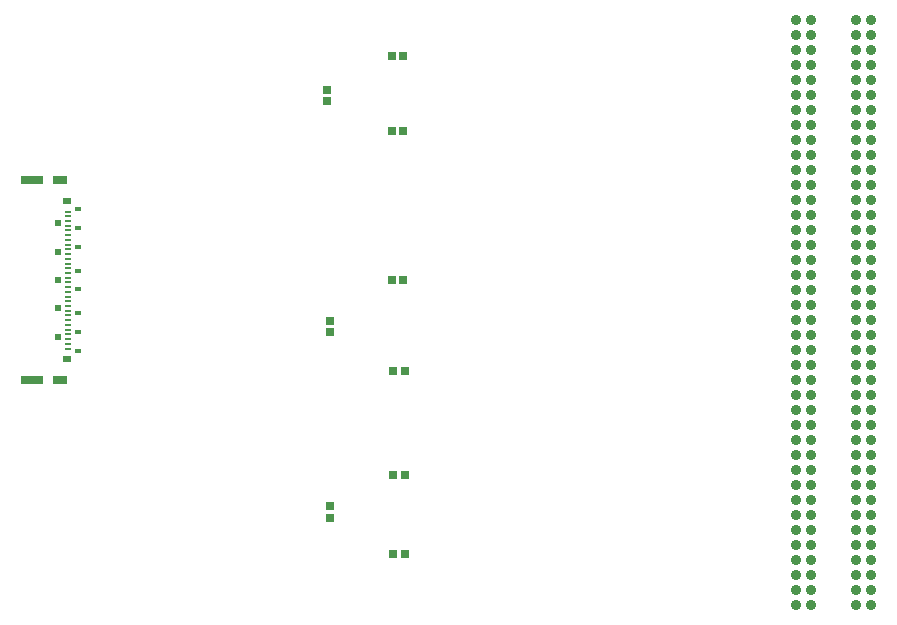
<source format=gtp>
G04*
G04 #@! TF.GenerationSoftware,Altium Limited,Altium Designer,21.4.1 (30)*
G04*
G04 Layer_Color=8421504*
%FSLAX42Y42*%
%MOMM*%
G71*
G04*
G04 #@! TF.SameCoordinates,E2F270B4-6BBA-4985-9D84-7226317FA361*
G04*
G04*
G04 #@! TF.FilePolarity,Positive*
G04*
G01*
G75*
G04:AMPARAMS|DCode=14|XSize=0.67mm|YSize=0.67mm|CornerRadius=0.02mm|HoleSize=0mm|Usage=FLASHONLY|Rotation=90.000|XOffset=0mm|YOffset=0mm|HoleType=Round|Shape=RoundedRectangle|*
%AMROUNDEDRECTD14*
21,1,0.67,0.64,0,0,90.0*
21,1,0.64,0.67,0,0,90.0*
1,1,0.03,0.32,0.32*
1,1,0.03,0.32,-0.32*
1,1,0.03,-0.32,-0.32*
1,1,0.03,-0.32,0.32*
%
%ADD14ROUNDEDRECTD14*%
%ADD15C,0.89*%
%ADD16R,0.60X0.20*%
%ADD17R,1.30X0.71*%
%ADD18R,1.85X0.71*%
%ADD19R,0.55X0.55*%
%ADD20R,0.58X0.45*%
%ADD21R,0.70X0.55*%
G04:AMPARAMS|DCode=22|XSize=0.67mm|YSize=0.67mm|CornerRadius=0.02mm|HoleSize=0mm|Usage=FLASHONLY|Rotation=180.000|XOffset=0mm|YOffset=0mm|HoleType=Round|Shape=RoundedRectangle|*
%AMROUNDEDRECTD22*
21,1,0.67,0.64,0,0,180.0*
21,1,0.64,0.67,0,0,180.0*
1,1,0.03,-0.32,0.32*
1,1,0.03,0.32,0.32*
1,1,0.03,0.32,-0.32*
1,1,0.03,-0.32,-0.32*
%
%ADD22ROUNDEDRECTD22*%
D14*
X8539Y5385D02*
D03*
X8636D02*
D03*
X8524Y9601D02*
D03*
X8621D02*
D03*
X8527Y8966D02*
D03*
X8623D02*
D03*
X8527Y7709D02*
D03*
X8623D02*
D03*
X8539Y6934D02*
D03*
X8636D02*
D03*
X8539Y6058D02*
D03*
X8636D02*
D03*
D15*
X11946Y9909D02*
D03*
Y9782D02*
D03*
Y9655D02*
D03*
Y9528D02*
D03*
Y9401D02*
D03*
Y9274D02*
D03*
Y9147D02*
D03*
Y9020D02*
D03*
Y8893D02*
D03*
Y8766D02*
D03*
Y8639D02*
D03*
Y8512D02*
D03*
Y8385D02*
D03*
Y8258D02*
D03*
Y8131D02*
D03*
Y8004D02*
D03*
Y7877D02*
D03*
Y7750D02*
D03*
Y7623D02*
D03*
Y7496D02*
D03*
Y4956D02*
D03*
Y5083D02*
D03*
Y5210D02*
D03*
Y5337D02*
D03*
Y5464D02*
D03*
Y5591D02*
D03*
Y5718D02*
D03*
Y5845D02*
D03*
Y5972D02*
D03*
Y6099D02*
D03*
Y6226D02*
D03*
Y6353D02*
D03*
Y6480D02*
D03*
Y6607D02*
D03*
Y6734D02*
D03*
Y6861D02*
D03*
Y6988D02*
D03*
Y7115D02*
D03*
Y7242D02*
D03*
Y7369D02*
D03*
X12073D02*
D03*
Y7242D02*
D03*
Y7115D02*
D03*
Y6988D02*
D03*
Y6861D02*
D03*
Y6734D02*
D03*
Y6607D02*
D03*
Y6480D02*
D03*
Y6353D02*
D03*
Y6226D02*
D03*
Y6099D02*
D03*
Y5972D02*
D03*
Y5845D02*
D03*
Y5718D02*
D03*
Y5591D02*
D03*
Y5464D02*
D03*
Y5337D02*
D03*
Y5210D02*
D03*
Y5083D02*
D03*
Y4956D02*
D03*
Y7496D02*
D03*
Y7623D02*
D03*
Y7750D02*
D03*
Y7877D02*
D03*
Y8004D02*
D03*
Y8131D02*
D03*
Y8258D02*
D03*
Y8385D02*
D03*
Y8512D02*
D03*
Y8639D02*
D03*
Y8766D02*
D03*
Y8893D02*
D03*
Y9020D02*
D03*
Y9147D02*
D03*
Y9274D02*
D03*
Y9401D02*
D03*
Y9528D02*
D03*
Y9655D02*
D03*
Y9782D02*
D03*
Y9909D02*
D03*
X12581D02*
D03*
Y9782D02*
D03*
Y9655D02*
D03*
Y9528D02*
D03*
Y9401D02*
D03*
Y9274D02*
D03*
Y9147D02*
D03*
Y9020D02*
D03*
Y8893D02*
D03*
Y8766D02*
D03*
Y8639D02*
D03*
Y8512D02*
D03*
Y8385D02*
D03*
Y8258D02*
D03*
Y8131D02*
D03*
Y8004D02*
D03*
Y7877D02*
D03*
Y7750D02*
D03*
Y7623D02*
D03*
Y7496D02*
D03*
Y4956D02*
D03*
Y5083D02*
D03*
Y5210D02*
D03*
Y5337D02*
D03*
Y5464D02*
D03*
Y5591D02*
D03*
Y5718D02*
D03*
Y5845D02*
D03*
Y5972D02*
D03*
Y6099D02*
D03*
Y6226D02*
D03*
Y6353D02*
D03*
Y6480D02*
D03*
Y6607D02*
D03*
Y6734D02*
D03*
Y6861D02*
D03*
Y6988D02*
D03*
Y7115D02*
D03*
Y7242D02*
D03*
Y7369D02*
D03*
X12454D02*
D03*
Y7242D02*
D03*
Y7115D02*
D03*
Y6988D02*
D03*
Y6861D02*
D03*
Y6734D02*
D03*
Y6607D02*
D03*
Y6480D02*
D03*
Y6353D02*
D03*
Y6226D02*
D03*
Y6099D02*
D03*
Y5972D02*
D03*
Y5845D02*
D03*
Y5718D02*
D03*
Y5591D02*
D03*
Y5464D02*
D03*
Y5337D02*
D03*
Y5210D02*
D03*
Y5083D02*
D03*
Y4956D02*
D03*
Y7496D02*
D03*
Y7623D02*
D03*
Y7750D02*
D03*
Y7877D02*
D03*
Y8004D02*
D03*
Y8131D02*
D03*
Y8258D02*
D03*
Y8385D02*
D03*
Y8512D02*
D03*
Y8639D02*
D03*
Y8766D02*
D03*
Y8893D02*
D03*
Y9020D02*
D03*
Y9147D02*
D03*
Y9274D02*
D03*
Y9401D02*
D03*
Y9528D02*
D03*
Y9655D02*
D03*
Y9782D02*
D03*
Y9909D02*
D03*
D16*
X5785Y7686D02*
D03*
Y7286D02*
D03*
Y7326D02*
D03*
Y7366D02*
D03*
Y7406D02*
D03*
Y7446D02*
D03*
Y7486D02*
D03*
Y7526D02*
D03*
Y7566D02*
D03*
Y7606D02*
D03*
Y7726D02*
D03*
Y7646D02*
D03*
Y7766D02*
D03*
Y7806D02*
D03*
Y7846D02*
D03*
Y7886D02*
D03*
Y7926D02*
D03*
Y7966D02*
D03*
Y8006D02*
D03*
Y8046D02*
D03*
Y8086D02*
D03*
Y8126D02*
D03*
Y8166D02*
D03*
Y8206D02*
D03*
Y8246D02*
D03*
Y8286D02*
D03*
Y7166D02*
D03*
Y7206D02*
D03*
Y7246D02*
D03*
Y7126D02*
D03*
D17*
X5715Y8551D02*
D03*
Y6862D02*
D03*
D18*
X5482Y8551D02*
D03*
Y6862D02*
D03*
D19*
X5702Y8186D02*
D03*
Y7946D02*
D03*
Y7706D02*
D03*
Y7466D02*
D03*
Y7226D02*
D03*
D20*
X5869Y8306D02*
D03*
Y8146D02*
D03*
Y7986D02*
D03*
Y7786D02*
D03*
Y7626D02*
D03*
Y7426D02*
D03*
Y7106D02*
D03*
Y7266D02*
D03*
D21*
X5780Y8376D02*
D03*
Y7036D02*
D03*
D22*
X7978Y9223D02*
D03*
Y9319D02*
D03*
X8001Y7267D02*
D03*
Y7363D02*
D03*
Y5695D02*
D03*
Y5791D02*
D03*
M02*

</source>
